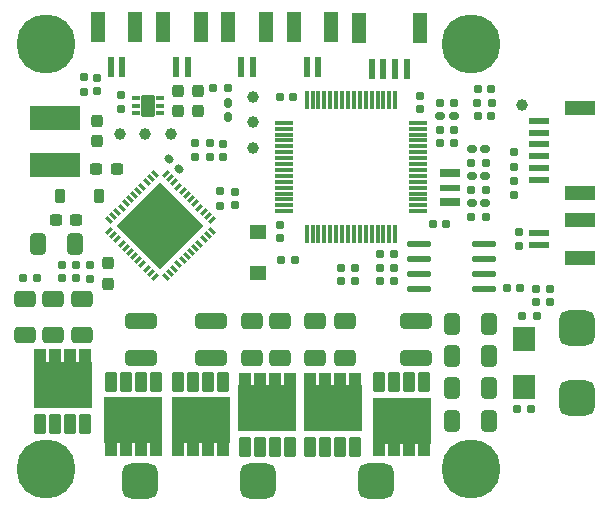
<source format=gbr>
%TF.GenerationSoftware,KiCad,Pcbnew,9.0.1*%
%TF.CreationDate,2025-04-08T03:51:10+08:00*%
%TF.ProjectId,CawDrive,43617744-7269-4766-952e-6b696361645f,rev?*%
%TF.SameCoordinates,Original*%
%TF.FileFunction,Soldermask,Top*%
%TF.FilePolarity,Negative*%
%FSLAX46Y46*%
G04 Gerber Fmt 4.6, Leading zero omitted, Abs format (unit mm)*
G04 Created by KiCad (PCBNEW 9.0.1) date 2025-04-08 03:51:10*
%MOMM*%
%LPD*%
G01*
G04 APERTURE LIST*
G04 Aperture macros list*
%AMRoundRect*
0 Rectangle with rounded corners*
0 $1 Rounding radius*
0 $2 $3 $4 $5 $6 $7 $8 $9 X,Y pos of 4 corners*
0 Add a 4 corners polygon primitive as box body*
4,1,4,$2,$3,$4,$5,$6,$7,$8,$9,$2,$3,0*
0 Add four circle primitives for the rounded corners*
1,1,$1+$1,$2,$3*
1,1,$1+$1,$4,$5*
1,1,$1+$1,$6,$7*
1,1,$1+$1,$8,$9*
0 Add four rect primitives between the rounded corners*
20,1,$1+$1,$2,$3,$4,$5,0*
20,1,$1+$1,$4,$5,$6,$7,0*
20,1,$1+$1,$6,$7,$8,$9,0*
20,1,$1+$1,$8,$9,$2,$3,0*%
%AMRotRect*
0 Rectangle, with rotation*
0 The origin of the aperture is its center*
0 $1 length*
0 $2 width*
0 $3 Rotation angle, in degrees counterclockwise*
0 Add horizontal line*
21,1,$1,$2,0,0,$3*%
G04 Aperture macros list end*
%ADD10RoundRect,0.160000X0.160000X-0.197500X0.160000X0.197500X-0.160000X0.197500X-0.160000X-0.197500X0*%
%ADD11RoundRect,0.237500X-0.237500X0.300000X-0.237500X-0.300000X0.237500X-0.300000X0.237500X0.300000X0*%
%ADD12RoundRect,0.155000X0.212500X0.155000X-0.212500X0.155000X-0.212500X-0.155000X0.212500X-0.155000X0*%
%ADD13RoundRect,0.160000X-0.160000X0.222500X-0.160000X-0.222500X0.160000X-0.222500X0.160000X0.222500X0*%
%ADD14C,1.000000*%
%ADD15RoundRect,0.250000X-0.412500X-0.650000X0.412500X-0.650000X0.412500X0.650000X-0.412500X0.650000X0*%
%ADD16R,0.500000X1.700000*%
%ADD17R,1.200000X2.500000*%
%ADD18RoundRect,0.102000X0.425000X-0.725000X0.425000X0.725000X-0.425000X0.725000X-0.425000X-0.725000X0*%
%ADD19RoundRect,0.102000X0.425000X-0.525000X0.425000X0.525000X-0.425000X0.525000X-0.425000X-0.525000X0*%
%ADD20RoundRect,0.102000X2.350000X-1.875000X2.350000X1.875000X-2.350000X1.875000X-2.350000X-1.875000X0*%
%ADD21RoundRect,0.160000X-0.197500X-0.160000X0.197500X-0.160000X0.197500X0.160000X-0.197500X0.160000X0*%
%ADD22RoundRect,0.250000X1.075000X-0.400000X1.075000X0.400000X-1.075000X0.400000X-1.075000X-0.400000X0*%
%ADD23RoundRect,0.750000X-0.750000X-0.750000X0.750000X-0.750000X0.750000X0.750000X-0.750000X0.750000X0*%
%ADD24R,0.660000X0.320000*%
%ADD25RoundRect,0.102000X-0.500000X0.800000X-0.500000X-0.800000X0.500000X-0.800000X0.500000X0.800000X0*%
%ADD26RoundRect,0.160000X0.197500X0.160000X-0.197500X0.160000X-0.197500X-0.160000X0.197500X-0.160000X0*%
%ADD27R,1.700000X0.500000*%
%ADD28R,2.500000X1.200000*%
%ADD29RoundRect,0.155000X-0.212500X-0.155000X0.212500X-0.155000X0.212500X0.155000X-0.212500X0.155000X0*%
%ADD30RoundRect,0.160000X0.222500X0.160000X-0.222500X0.160000X-0.222500X-0.160000X0.222500X-0.160000X0*%
%ADD31RoundRect,0.250000X0.650000X-0.412500X0.650000X0.412500X-0.650000X0.412500X-0.650000X-0.412500X0*%
%ADD32RoundRect,0.155000X0.155000X-0.212500X0.155000X0.212500X-0.155000X0.212500X-0.155000X-0.212500X0*%
%ADD33RoundRect,0.102000X-0.425000X0.725000X-0.425000X-0.725000X0.425000X-0.725000X0.425000X0.725000X0*%
%ADD34RoundRect,0.102000X-0.425000X0.525000X-0.425000X-0.525000X0.425000X-0.525000X0.425000X0.525000X0*%
%ADD35RoundRect,0.102000X-2.350000X1.875000X-2.350000X-1.875000X2.350000X-1.875000X2.350000X1.875000X0*%
%ADD36C,0.800000*%
%ADD37C,5.000000*%
%ADD38RoundRect,0.225000X0.225000X0.375000X-0.225000X0.375000X-0.225000X-0.375000X0.225000X-0.375000X0*%
%ADD39R,1.400000X1.200000*%
%ADD40RoundRect,0.250000X0.412500X0.650000X-0.412500X0.650000X-0.412500X-0.650000X0.412500X-0.650000X0*%
%ADD41RoundRect,0.050800X0.900000X-1.000000X0.900000X1.000000X-0.900000X1.000000X-0.900000X-1.000000X0*%
%ADD42R,1.700000X0.650000*%
%ADD43RoundRect,0.237500X0.300000X0.237500X-0.300000X0.237500X-0.300000X-0.237500X0.300000X-0.237500X0*%
%ADD44RoundRect,0.155000X-0.259862X0.040659X0.040659X-0.259862X0.259862X-0.040659X-0.040659X0.259862X0*%
%ADD45RoundRect,0.237500X0.237500X-0.300000X0.237500X0.300000X-0.237500X0.300000X-0.237500X-0.300000X0*%
%ADD46RoundRect,0.160000X-0.222500X-0.160000X0.222500X-0.160000X0.222500X0.160000X-0.222500X0.160000X0*%
%ADD47RotRect,0.665000X0.280000X45.000000*%
%ADD48RotRect,0.280000X0.665000X45.000000*%
%ADD49RotRect,5.150000X5.150000X45.000000*%
%ADD50RoundRect,0.155000X-0.155000X0.212500X-0.155000X-0.212500X0.155000X-0.212500X0.155000X0.212500X0*%
%ADD51O,2.045000X0.588000*%
%ADD52R,4.220000X2.124000*%
%ADD53RoundRect,0.075000X0.700000X0.075000X-0.700000X0.075000X-0.700000X-0.075000X0.700000X-0.075000X0*%
%ADD54RoundRect,0.075000X0.075000X0.700000X-0.075000X0.700000X-0.075000X-0.700000X0.075000X-0.700000X0*%
G04 APERTURE END LIST*
D10*
%TO.C,R17*%
X137795000Y-84671500D03*
X137795000Y-83476500D03*
%TD*%
D11*
%TO.C,C16*%
X127381000Y-77496500D03*
X127381000Y-79221500D03*
%TD*%
D12*
%TO.C,C13*%
X152459500Y-91059000D03*
X151324500Y-91059000D03*
%TD*%
D13*
%TO.C,D4*%
X138430000Y-76008500D03*
X138430000Y-77153500D03*
%TD*%
D14*
%TO.C,TP4*%
X133604000Y-78613000D03*
%TD*%
D10*
%TO.C,R1*%
X126238000Y-75019500D03*
X126238000Y-73824500D03*
%TD*%
D15*
%TO.C,C38*%
X157437500Y-102870000D03*
X160562500Y-102870000D03*
%TD*%
D16*
%TO.C,U6*%
X129500000Y-72947000D03*
X128500000Y-72947000D03*
D17*
X127400000Y-69547000D03*
X130600000Y-69547000D03*
%TD*%
D10*
%TO.C,R2*%
X162687000Y-81369500D03*
X162687000Y-80174500D03*
%TD*%
D18*
%TO.C,Q7*%
X122555000Y-103124000D03*
X123825000Y-103124000D03*
X125095000Y-103124000D03*
X126365000Y-103124000D03*
D19*
X126365000Y-97424000D03*
X125095000Y-97424000D03*
X123825000Y-97424000D03*
X122555000Y-97424000D03*
D20*
X124460000Y-99824000D03*
%TD*%
D10*
%TO.C,R26*%
X163068000Y-88100500D03*
X163068000Y-86905500D03*
%TD*%
D12*
%TO.C,C9*%
X160714500Y-74803000D03*
X159579500Y-74803000D03*
%TD*%
D21*
%TO.C,R9*%
X159041500Y-81026000D03*
X160236500Y-81026000D03*
%TD*%
D22*
%TO.C,R18*%
X131064000Y-97562000D03*
X131064000Y-94462000D03*
%TD*%
D23*
%TO.C,H8*%
X168000000Y-95000000D03*
%TD*%
D24*
%TO.C,U2*%
X132715000Y-76850000D03*
X132715000Y-76200000D03*
X132715000Y-75550000D03*
X130665000Y-75550000D03*
X130665000Y-76200000D03*
X130665000Y-76850000D03*
D25*
X131690000Y-76200000D03*
%TD*%
D26*
%TO.C,R8*%
X164554500Y-93980000D03*
X163359500Y-93980000D03*
%TD*%
D27*
%TO.C,U5*%
X164800000Y-88000000D03*
X164800000Y-87000000D03*
D28*
X168200000Y-85900000D03*
X168200000Y-89100000D03*
%TD*%
D29*
%TO.C,C2*%
X155769500Y-86233000D03*
X156904500Y-86233000D03*
%TD*%
D30*
%TO.C,L1*%
X157544500Y-77089000D03*
X156399500Y-77089000D03*
%TD*%
D14*
%TO.C,TP2*%
X140589000Y-77597000D03*
%TD*%
D31*
%TO.C,C22*%
X121259600Y-95669500D03*
X121259600Y-92544500D03*
%TD*%
D32*
%TO.C,C7*%
X129413000Y-76475000D03*
X129413000Y-75340000D03*
%TD*%
D33*
%TO.C,Q12*%
X155067000Y-99612000D03*
X153797000Y-99612000D03*
X152527000Y-99612000D03*
X151257000Y-99612000D03*
D34*
X151257000Y-105312000D03*
X152527000Y-105312000D03*
X153797000Y-105312000D03*
X155067000Y-105312000D03*
D35*
X153162000Y-102912000D03*
%TD*%
D18*
%TO.C,Q9*%
X139845000Y-105112000D03*
X141115000Y-105112000D03*
X142385000Y-105112000D03*
X143655000Y-105112000D03*
D19*
X143655000Y-99412000D03*
X142385000Y-99412000D03*
X141115000Y-99412000D03*
X139845000Y-99412000D03*
D20*
X141750000Y-101812000D03*
%TD*%
D31*
%TO.C,C23*%
X140462000Y-97592500D03*
X140462000Y-94467500D03*
%TD*%
D12*
%TO.C,C10*%
X164067500Y-101854000D03*
X162932500Y-101854000D03*
%TD*%
D29*
%TO.C,C19*%
X164532500Y-91694000D03*
X165667500Y-91694000D03*
%TD*%
D16*
%TO.C,U11*%
X135028750Y-72947000D03*
X134028750Y-72947000D03*
D17*
X132928750Y-69547000D03*
X136128750Y-69547000D03*
%TD*%
D14*
%TO.C,TP5*%
X131445000Y-78613000D03*
%TD*%
D36*
%TO.C,H2*%
X157125000Y-71000000D03*
X157674175Y-69674175D03*
X157674175Y-72325825D03*
X159000000Y-69125000D03*
D37*
X159000000Y-71000000D03*
D36*
X159000000Y-72875000D03*
X160325825Y-69674175D03*
X160325825Y-72325825D03*
X160875000Y-71000000D03*
%TD*%
D23*
%TO.C,H6*%
X141000000Y-108000000D03*
%TD*%
D31*
%TO.C,C20*%
X126034800Y-95669500D03*
X126034800Y-92544500D03*
%TD*%
D38*
%TO.C,D3*%
X127507000Y-83820000D03*
X124207000Y-83820000D03*
%TD*%
D16*
%TO.C,CN3*%
X153590000Y-73074000D03*
X152590000Y-73074000D03*
X151590000Y-73074000D03*
X150590000Y-73074000D03*
D17*
X154690000Y-69674000D03*
X149490000Y-69674000D03*
%TD*%
D26*
%TO.C,R23*%
X152489500Y-89916000D03*
X151294500Y-89916000D03*
%TD*%
D31*
%TO.C,C25*%
X145796000Y-97592500D03*
X145796000Y-94467500D03*
%TD*%
D26*
%TO.C,R20*%
X136868500Y-79375000D03*
X135673500Y-79375000D03*
%TD*%
%TO.C,R5*%
X149187500Y-89916000D03*
X147992500Y-89916000D03*
%TD*%
D29*
%TO.C,C11*%
X156404500Y-78232000D03*
X157539500Y-78232000D03*
%TD*%
D39*
%TO.C,D5*%
X140970000Y-90346000D03*
X140970000Y-86946000D03*
%TD*%
D12*
%TO.C,C17*%
X163177500Y-91690000D03*
X162042500Y-91690000D03*
%TD*%
D14*
%TO.C,TP1*%
X140589000Y-75438000D03*
%TD*%
D36*
%TO.C,H4*%
X121125000Y-107000000D03*
X121674175Y-105674175D03*
X121674175Y-108325825D03*
X123000000Y-105125000D03*
D37*
X123000000Y-107000000D03*
D36*
X123000000Y-108875000D03*
X124325825Y-105674175D03*
X124325825Y-108325825D03*
X124875000Y-107000000D03*
%TD*%
D40*
%TO.C,C30*%
X125446500Y-87884000D03*
X122321500Y-87884000D03*
%TD*%
D41*
%TO.C,TV1*%
X163500000Y-100000000D03*
X163500000Y-96000000D03*
%TD*%
D21*
%TO.C,R24*%
X156374500Y-79375000D03*
X157569500Y-79375000D03*
%TD*%
D26*
%TO.C,R7*%
X138392500Y-74676000D03*
X137197500Y-74676000D03*
%TD*%
D42*
%TO.C,X1*%
X157200000Y-84350000D03*
D27*
X157200000Y-83150000D03*
D42*
X157200000Y-81950000D03*
%TD*%
D15*
%TO.C,C36*%
X157437500Y-97423333D03*
X160562500Y-97423333D03*
%TD*%
D26*
%TO.C,R10*%
X160744500Y-75946000D03*
X159549500Y-75946000D03*
%TD*%
D43*
%TO.C,C33*%
X125576500Y-85852000D03*
X123851500Y-85852000D03*
%TD*%
D44*
%TO.C,C31*%
X133456717Y-80751717D03*
X134259283Y-81554283D03*
%TD*%
D21*
%TO.C,R4*%
X121068500Y-90805000D03*
X122263500Y-90805000D03*
%TD*%
D26*
%TO.C,R12*%
X165697500Y-92837000D03*
X164502500Y-92837000D03*
%TD*%
D14*
%TO.C,TP7*%
X163310000Y-76180000D03*
%TD*%
D45*
%TO.C,C35*%
X135890000Y-76681500D03*
X135890000Y-74956500D03*
%TD*%
D29*
%TO.C,C14*%
X159579500Y-77089000D03*
X160714500Y-77089000D03*
%TD*%
D46*
%TO.C,D6*%
X159066500Y-84455000D03*
X160211500Y-84455000D03*
%TD*%
D43*
%TO.C,C15*%
X129005500Y-81534000D03*
X127280500Y-81534000D03*
%TD*%
D31*
%TO.C,C26*%
X148336000Y-97592500D03*
X148336000Y-94467500D03*
%TD*%
D21*
%TO.C,R16*%
X142912500Y-89281000D03*
X144107500Y-89281000D03*
%TD*%
D33*
%TO.C,Q8*%
X132334000Y-99568000D03*
X131064000Y-99568000D03*
X129794000Y-99568000D03*
X128524000Y-99568000D03*
D34*
X128524000Y-105268000D03*
X129794000Y-105268000D03*
X131064000Y-105268000D03*
X132334000Y-105268000D03*
D35*
X130429000Y-102868000D03*
%TD*%
D16*
%TO.C,U12*%
X140557500Y-72947000D03*
X139557500Y-72947000D03*
D17*
X138457500Y-69547000D03*
X141657500Y-69547000D03*
%TD*%
D14*
%TO.C,TP6*%
X129286000Y-78613000D03*
%TD*%
D10*
%TO.C,R3*%
X162687000Y-83782500D03*
X162687000Y-82587500D03*
%TD*%
D12*
%TO.C,C6*%
X152459500Y-88773000D03*
X151324500Y-88773000D03*
%TD*%
D22*
%TO.C,R22*%
X154332000Y-97550000D03*
X154332000Y-94450000D03*
%TD*%
D15*
%TO.C,C37*%
X157437500Y-100146667D03*
X160562500Y-100146667D03*
%TD*%
D23*
%TO.C,H7*%
X151000000Y-108000000D03*
%TD*%
D22*
%TO.C,R19*%
X137000000Y-97550000D03*
X137000000Y-94450000D03*
%TD*%
D45*
%TO.C,C34*%
X134239000Y-76681500D03*
X134239000Y-74956500D03*
%TD*%
D23*
%TO.C,H9*%
X168000000Y-101000000D03*
%TD*%
D33*
%TO.C,Q10*%
X138049000Y-99568000D03*
X136779000Y-99568000D03*
X135509000Y-99568000D03*
X134239000Y-99568000D03*
D34*
X134239000Y-105268000D03*
X135509000Y-105268000D03*
X136779000Y-105268000D03*
X138049000Y-105268000D03*
D35*
X136144000Y-102868000D03*
%TD*%
D15*
%TO.C,C29*%
X157437500Y-94700000D03*
X160562500Y-94700000D03*
%TD*%
D46*
%TO.C,D1*%
X159066500Y-79883000D03*
X160211500Y-79883000D03*
%TD*%
%TO.C,D2*%
X159066500Y-82169000D03*
X160211500Y-82169000D03*
%TD*%
D14*
%TO.C,TP3*%
X140589000Y-79756000D03*
%TD*%
D26*
%TO.C,R14*%
X125565500Y-90805000D03*
X124370500Y-90805000D03*
%TD*%
%TO.C,R6*%
X149187500Y-91059000D03*
X147992500Y-91059000D03*
%TD*%
D31*
%TO.C,C24*%
X142875000Y-97592500D03*
X142875000Y-94467500D03*
%TD*%
D16*
%TO.C,U10*%
X146086250Y-72947000D03*
X145086250Y-72947000D03*
D17*
X143986250Y-69547000D03*
X147186250Y-69547000D03*
%TD*%
D21*
%TO.C,R15*%
X159041500Y-85598000D03*
X160236500Y-85598000D03*
%TD*%
D47*
%TO.C,U7*%
X128361344Y-86824569D03*
X128714897Y-87178123D03*
X129068450Y-87531676D03*
X129422004Y-87885229D03*
X129775557Y-88238783D03*
X130129111Y-88592336D03*
X130482664Y-88945889D03*
X130836217Y-89299443D03*
X131189771Y-89652996D03*
X131543324Y-90006550D03*
X131896877Y-90360103D03*
X132250431Y-90713656D03*
D48*
X133179569Y-90713656D03*
X133533123Y-90360103D03*
X133886676Y-90006550D03*
X134240229Y-89652996D03*
X134593783Y-89299443D03*
X134947336Y-88945889D03*
X135300889Y-88592336D03*
X135654443Y-88238783D03*
X136007996Y-87885229D03*
X136361550Y-87531676D03*
X136715103Y-87178123D03*
X137068656Y-86824569D03*
D47*
X137068656Y-85895431D03*
X136715103Y-85541877D03*
X136361550Y-85188324D03*
X136007996Y-84834771D03*
X135654443Y-84481217D03*
X135300889Y-84127664D03*
X134947336Y-83774111D03*
X134593783Y-83420557D03*
X134240229Y-83067004D03*
X133886676Y-82713450D03*
X133533123Y-82359897D03*
X133179569Y-82006344D03*
D48*
X132250431Y-82006344D03*
X131896877Y-82359897D03*
X131543324Y-82713450D03*
X131189771Y-83067004D03*
X130836217Y-83420557D03*
X130482664Y-83774111D03*
X130129111Y-84127664D03*
X129775557Y-84481217D03*
X129422004Y-84834771D03*
X129068450Y-85188324D03*
X128714897Y-85541877D03*
X128361344Y-85895431D03*
D49*
X132715000Y-86360000D03*
%TD*%
D36*
%TO.C,H1*%
X121125000Y-71000000D03*
X121674175Y-69674175D03*
X121674175Y-72325825D03*
X123000000Y-69125000D03*
D37*
X123000000Y-71000000D03*
D36*
X123000000Y-72875000D03*
X124325825Y-69674175D03*
X124325825Y-72325825D03*
X124875000Y-71000000D03*
%TD*%
D50*
%TO.C,C1*%
X127381000Y-73854500D03*
X127381000Y-74989500D03*
%TD*%
D36*
%TO.C,H3*%
X157125000Y-107000000D03*
X157674175Y-105674175D03*
X157674175Y-108325825D03*
X159000000Y-105125000D03*
D37*
X159000000Y-107000000D03*
D36*
X159000000Y-108875000D03*
X160325825Y-105674175D03*
X160325825Y-108325825D03*
X160875000Y-107000000D03*
%TD*%
D21*
%TO.C,R13*%
X124370500Y-89662000D03*
X125565500Y-89662000D03*
%TD*%
D27*
%TO.C,CN2*%
X164800000Y-82500000D03*
X164800000Y-81500000D03*
X164800000Y-80500000D03*
X164800000Y-79500000D03*
X164800000Y-78500000D03*
X164800000Y-77500000D03*
D28*
X168200000Y-76400000D03*
X168200000Y-83600000D03*
%TD*%
D32*
%TO.C,C32*%
X139065000Y-84641500D03*
X139065000Y-83506500D03*
%TD*%
D51*
%TO.C,U1*%
X154581000Y-87884000D03*
X154581000Y-89154000D03*
X154581000Y-90424000D03*
X154581000Y-91694000D03*
X160125000Y-91694000D03*
X160125000Y-90424000D03*
X160125000Y-89154000D03*
X160125000Y-87884000D03*
%TD*%
D50*
%TO.C,C12*%
X138049000Y-79442500D03*
X138049000Y-80577500D03*
%TD*%
D32*
%TO.C,C3*%
X154686000Y-76513500D03*
X154686000Y-75378500D03*
%TD*%
D31*
%TO.C,C21*%
X123647200Y-95669500D03*
X123647200Y-92544500D03*
%TD*%
D23*
%TO.C,H5*%
X131000000Y-108000000D03*
%TD*%
D45*
%TO.C,C28*%
X128250000Y-91286500D03*
X128250000Y-89561500D03*
%TD*%
D21*
%TO.C,R11*%
X159041500Y-83312000D03*
X160236500Y-83312000D03*
%TD*%
D52*
%TO.C,L2*%
X123825000Y-81248000D03*
X123825000Y-77248000D03*
%TD*%
D21*
%TO.C,R25*%
X156374500Y-75946000D03*
X157569500Y-75946000D03*
%TD*%
%TO.C,R21*%
X135673500Y-80518000D03*
X136868500Y-80518000D03*
%TD*%
D12*
%TO.C,C4*%
X143950500Y-75438000D03*
X142815500Y-75438000D03*
%TD*%
D18*
%TO.C,Q11*%
X145415000Y-105112000D03*
X146685000Y-105112000D03*
X147955000Y-105112000D03*
X149225000Y-105112000D03*
D19*
X149225000Y-99412000D03*
X147955000Y-99412000D03*
X146685000Y-99412000D03*
X145415000Y-99412000D03*
D20*
X147320000Y-101812000D03*
%TD*%
D50*
%TO.C,C5*%
X142875000Y-86300500D03*
X142875000Y-87435500D03*
%TD*%
%TO.C,C27*%
X126750000Y-89729500D03*
X126750000Y-90864500D03*
%TD*%
D53*
%TO.C,U8*%
X154519000Y-85157000D03*
X154519000Y-84657000D03*
X154519000Y-84157000D03*
X154519000Y-83657000D03*
X154519000Y-83157000D03*
X154519000Y-82657000D03*
X154519000Y-82157000D03*
X154519000Y-81657000D03*
X154519000Y-81157000D03*
X154519000Y-80657000D03*
X154519000Y-80157000D03*
X154519000Y-79657000D03*
X154519000Y-79157000D03*
X154519000Y-78657000D03*
X154519000Y-78157000D03*
X154519000Y-77657000D03*
D54*
X152594000Y-75732000D03*
X152094000Y-75732000D03*
X151594000Y-75732000D03*
X151094000Y-75732000D03*
X150594000Y-75732000D03*
X150094000Y-75732000D03*
X149594000Y-75732000D03*
X149094000Y-75732000D03*
X148594000Y-75732000D03*
X148094000Y-75732000D03*
X147594000Y-75732000D03*
X147094000Y-75732000D03*
X146594000Y-75732000D03*
X146094000Y-75732000D03*
X145594000Y-75732000D03*
X145094000Y-75732000D03*
D53*
X143169000Y-77657000D03*
X143169000Y-78157000D03*
X143169000Y-78657000D03*
X143169000Y-79157000D03*
X143169000Y-79657000D03*
X143169000Y-80157000D03*
X143169000Y-80657000D03*
X143169000Y-81157000D03*
X143169000Y-81657000D03*
X143169000Y-82157000D03*
X143169000Y-82657000D03*
X143169000Y-83157000D03*
X143169000Y-83657000D03*
X143169000Y-84157000D03*
X143169000Y-84657000D03*
X143169000Y-85157000D03*
D54*
X145094000Y-87082000D03*
X145594000Y-87082000D03*
X146094000Y-87082000D03*
X146594000Y-87082000D03*
X147094000Y-87082000D03*
X147594000Y-87082000D03*
X148094000Y-87082000D03*
X148594000Y-87082000D03*
X149094000Y-87082000D03*
X149594000Y-87082000D03*
X150094000Y-87082000D03*
X150594000Y-87082000D03*
X151094000Y-87082000D03*
X151594000Y-87082000D03*
X152094000Y-87082000D03*
X152594000Y-87082000D03*
%TD*%
M02*

</source>
